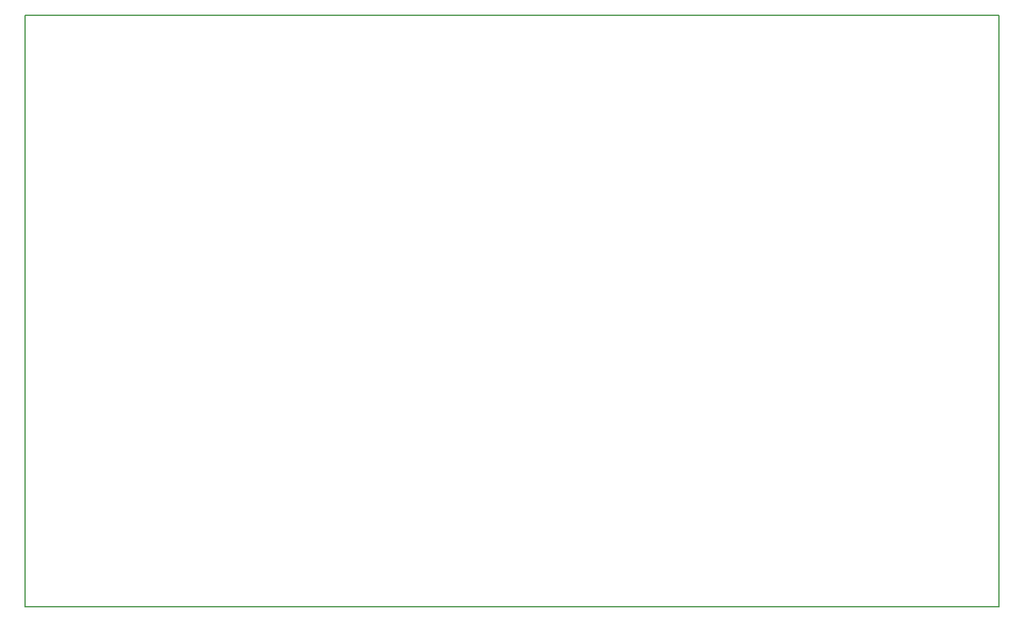
<source format=gbr>
%TF.GenerationSoftware,KiCad,Pcbnew,(5.1.9)-1*%
%TF.CreationDate,2022-03-08T16:30:03+11:00*%
%TF.ProjectId,fuse,66757365-2e6b-4696-9361-645f70636258,rev?*%
%TF.SameCoordinates,Original*%
%TF.FileFunction,Profile,NP*%
%FSLAX46Y46*%
G04 Gerber Fmt 4.6, Leading zero omitted, Abs format (unit mm)*
G04 Created by KiCad (PCBNEW (5.1.9)-1) date 2022-03-08 16:30:03*
%MOMM*%
%LPD*%
G01*
G04 APERTURE LIST*
%TA.AperFunction,Profile*%
%ADD10C,0.150000*%
%TD*%
G04 APERTURE END LIST*
D10*
X29000000Y-103000000D02*
X29000000Y-21000000D01*
X164000000Y-103000000D02*
X29000000Y-103000000D01*
X164000000Y-21000000D02*
X164000000Y-103000000D01*
X29000000Y-21000000D02*
X164000000Y-21000000D01*
M02*

</source>
